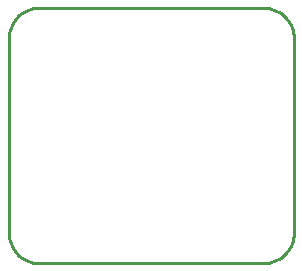
<source format=gbr>
G04 EAGLE Gerber RS-274X export*
G75*
%MOMM*%
%FSLAX34Y34*%
%LPD*%
%IN*%
%IPPOS*%
%AMOC8*
5,1,8,0,0,1.08239X$1,22.5*%
G01*
%ADD10C,0.254000*%


D10*
X0Y25400D02*
X97Y23186D01*
X386Y20989D01*
X865Y18826D01*
X1532Y16713D01*
X2380Y14666D01*
X3403Y12700D01*
X4594Y10831D01*
X5942Y9073D01*
X7440Y7440D01*
X9073Y5942D01*
X10831Y4594D01*
X12700Y3403D01*
X14666Y2380D01*
X16713Y1532D01*
X18826Y865D01*
X20989Y386D01*
X23186Y97D01*
X25400Y0D01*
X215900Y0D01*
X218114Y97D01*
X220311Y386D01*
X222474Y865D01*
X224587Y1532D01*
X226635Y2380D01*
X228600Y3403D01*
X230469Y4594D01*
X232227Y5942D01*
X233861Y7440D01*
X235358Y9073D01*
X236706Y10831D01*
X237897Y12700D01*
X238920Y14666D01*
X239768Y16713D01*
X240435Y18826D01*
X240914Y20989D01*
X241203Y23186D01*
X241300Y25400D01*
X241300Y190500D01*
X241203Y192714D01*
X240914Y194911D01*
X240435Y197074D01*
X239768Y199187D01*
X238920Y201235D01*
X237897Y203200D01*
X236706Y205069D01*
X235358Y206827D01*
X233861Y208461D01*
X232227Y209958D01*
X230469Y211306D01*
X228600Y212497D01*
X226635Y213520D01*
X224587Y214368D01*
X222474Y215035D01*
X220311Y215514D01*
X218114Y215803D01*
X215900Y215900D01*
X25400Y215900D01*
X23186Y215803D01*
X20989Y215514D01*
X18826Y215035D01*
X16713Y214368D01*
X14666Y213520D01*
X12700Y212497D01*
X10831Y211306D01*
X9073Y209958D01*
X7440Y208461D01*
X5942Y206827D01*
X4594Y205069D01*
X3403Y203200D01*
X2380Y201235D01*
X1532Y199187D01*
X865Y197074D01*
X386Y194911D01*
X97Y192714D01*
X0Y190500D01*
X0Y25400D01*
M02*

</source>
